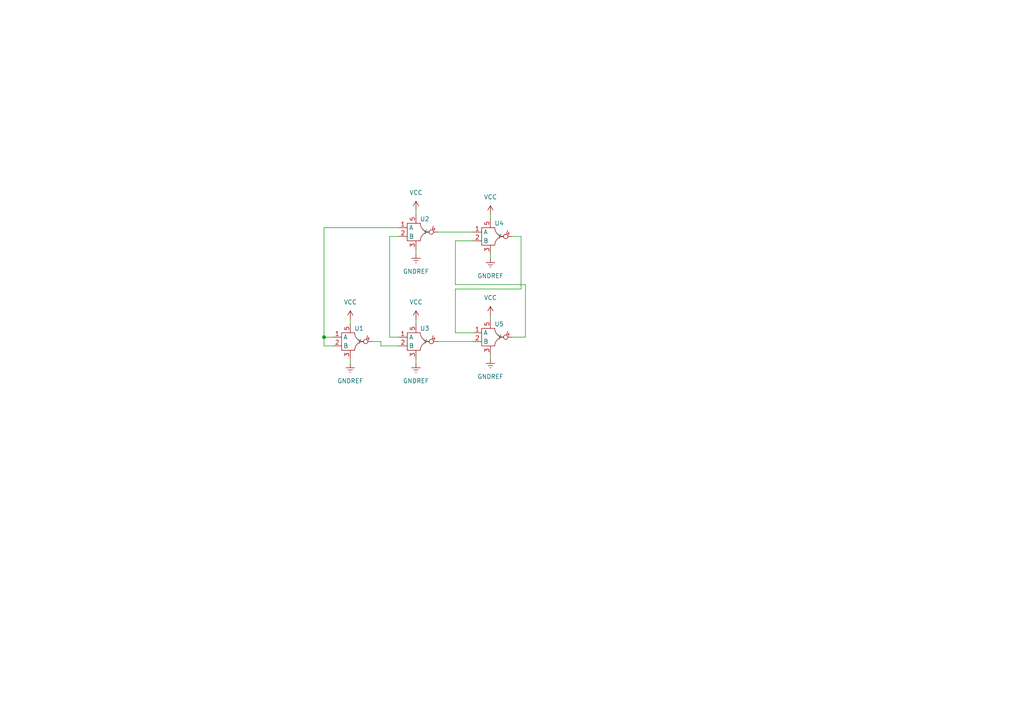
<source format=kicad_sch>
(kicad_sch (version 20211123) (generator eeschema)
  (paper "A4")
  (lib_symbols
    (symbol "cells:SN74LVC1G00DCKR"
      (property "Reference" "U" (at 7.62 2.54 0))
      (symbol "SN74LVC1G00DCKR_0_1"
        (polyline (pts (xy 6.35 1.27) (xy 2.54 1.27) (xy 2.54 -3.81) (xy 6.35 -3.81)))
        (arc (start 6.35 1.27) (mid 4.5539 -3.0661) (end 8.89 -1.27))
        (arc (start 8.89 -1.27) (mid 4.5539 0.5261) (end 6.35 -3.81))
      )
      (symbol "SN74LVC1G00DCKR_1_1"
        (pin input line (at 0 0 0) (length 2.54) (name "A") (number "1"))
        (pin input line (at 0 -2.54 0) (length 2.54) (name "B") (number "2"))
        (pin power_in line (at 5.08 -6.35 90) (length 2.54) (name "") (number "3"))
        (pin power_in inverted (at 11.43 -1.27 180) (length 2.54) (name "Y") (number "4"))
        (pin power_in line (at 5.08 3.81 270) (length 2.54) (name "") (number "5"))
      )
    )
    (symbol "power:GNDREF" (power) (pin_names (offset 0))
      (property "Value" "GNDREF" (at 0 -3.81 0))
      (symbol "GNDREF_0_1"
        (polyline (pts (xy -0.635 -1.905) (xy 0.635 -1.905)))
        (polyline (pts (xy -0.127 -2.54) (xy 0.127 -2.54)))
        (polyline (pts (xy 0 -1.27) (xy 0 0)))
        (polyline (pts (xy 1.27 -1.27) (xy -1.27 -1.27)))
      )
      (symbol "GNDREF_1_1"
        (pin power_in line (at 0 0 270) (length 0) hide (name "GNDREF") (number "1"))
      )
    )
    (symbol "power:VCC" (power) (pin_names (offset 0))
      (property "Value" "VCC" (at 0 3.81 0))
      (symbol "VCC_0_1"
        (polyline (pts (xy -0.762 1.27) (xy 0 2.54)))
        (polyline (pts (xy 0 0) (xy 0 2.54)))
        (polyline (pts (xy 0 2.54) (xy 0.762 1.27)))
      )
      (symbol "VCC_1_1"
        (pin power_in line (at 0 0 90) (length 0) hide (name "VCC") (number "1"))
      )
    )
  )
  (junction (at 93.98 97.79))
  (wire (pts (xy 115.57 66.04) (xy 93.98 66.04)))
  (wire (pts (xy 96.52 97.79) (xy 93.98 97.79)))
  (wire (pts (xy 151.13 83.82) (xy 132.08 83.82)))
  (wire (pts (xy 107.95 99.06) (xy 110.49 99.06)))
  (wire (pts (xy 120.65 60.96) (xy 120.65 62.23)))
  (wire (pts (xy 142.24 102.87) (xy 142.24 104.14)))
  (wire (pts (xy 93.98 100.33) (xy 96.52 100.33)))
  (wire (pts (xy 127 67.31) (xy 137.16 67.31)))
  (wire (pts (xy 101.6 104.14) (xy 101.6 105.41)))
  (wire (pts (xy 152.4 82.55) (xy 152.4 97.79)))
  (wire (pts (xy 137.16 96.52) (xy 132.08 96.52)))
  (wire (pts (xy 127 99.06) (xy 137.16 99.06)))
  (wire (pts (xy 142.24 62.23) (xy 142.24 63.5)))
  (wire (pts (xy 132.08 69.85) (xy 132.08 82.55)))
  (wire (pts (xy 120.65 104.14) (xy 120.65 105.41)))
  (wire (pts (xy 151.13 68.58) (xy 151.13 83.82)))
  (wire (pts (xy 120.65 72.39) (xy 120.65 73.66)))
  (wire (pts (xy 132.08 82.55) (xy 152.4 82.55)))
  (wire (pts (xy 115.57 97.79) (xy 113.03 97.79)))
  (wire (pts (xy 137.16 69.85) (xy 132.08 69.85)))
  (wire (pts (xy 132.08 83.82) (xy 132.08 96.52)))
  (wire (pts (xy 113.03 97.79) (xy 113.03 68.58)))
  (wire (pts (xy 101.6 92.71) (xy 101.6 93.98)))
  (wire (pts (xy 120.65 92.71) (xy 120.65 93.98)))
  (wire (pts (xy 93.98 97.79) (xy 93.98 100.33)))
  (wire (pts (xy 113.03 68.58) (xy 115.57 68.58)))
  (wire (pts (xy 142.24 73.66) (xy 142.24 74.93)))
  (wire (pts (xy 148.59 97.79) (xy 152.4 97.79)))
  (wire (pts (xy 151.13 68.58) (xy 148.59 68.58)))
  (wire (pts (xy 142.24 91.44) (xy 142.24 92.71)))
  (wire (pts (xy 110.49 100.33) (xy 115.57 100.33)))
  (wire (pts (xy 110.49 99.06) (xy 110.49 100.33)))
  (wire (pts (xy 93.98 66.04) (xy 93.98 97.79)))
  (symbol (lib_id "power:VCC") (at 142.24 62.23 0) (unit 1)
    (property "Reference" "#PWR0110" (effects hide))
    (property "Value" "VCC" (at 142.24 57.15 0))
  )
  (symbol (lib_id "cells:SN74LVC1G00DCKR") (at 96.52 97.79 0) (unit 1)
    (property "Reference" "U1" (at 104.14 95.25 0))
    (property "Value" "SN74LVC1G00DCKR" (effects hide))
    (property "Footprint" "cells:SN74LVC1G00DCKR" (effects hide))
  )
  (symbol (lib_id "power:GNDREF") (at 142.24 104.14 0) (unit 1)
    (property "Reference" "#PWR0108" (effects hide))
    (property "Value" "GNDREF" (at 142.24 109.22 0))
  )
  (symbol (lib_id "power:VCC") (at 142.24 91.44 0) (unit 1)
    (property "Reference" "#PWR0104" (effects hide))
    (property "Value" "VCC" (at 142.24 86.36 0))
  )
  (symbol (lib_id "power:GNDREF") (at 120.65 73.66 0) (unit 1)
    (property "Reference" "#PWR0103" (effects hide))
    (property "Value" "GNDREF" (at 120.65 78.74 0))
  )
  (symbol (lib_id "cells:SN74LVC1G00DCKR") (at 137.16 67.31 0) (unit 1)
    (property "Reference" "U4" (at 144.78 64.77 0))
    (property "Value" "SN74LVC1G00DCKR" (effects hide))
    (property "Footprint" "cells:SN74LVC1G00DCKR" (effects hide))
  )
  (symbol (lib_id "power:GNDREF") (at 142.24 74.93 0) (unit 1)
    (property "Reference" "#PWR0107" (effects hide))
    (property "Value" "GNDREF" (at 142.24 80.01 0))
  )
  (symbol (lib_id "power:VCC") (at 120.65 60.96 0) (unit 1)
    (property "Reference" "#PWR0102" (effects hide))
    (property "Value" "VCC" (at 120.65 55.88 0))
  )
  (symbol (lib_id "cells:SN74LVC1G00DCKR") (at 115.57 97.79 0) (unit 1)
    (property "Reference" "U3" (at 123.19 95.25 0))
    (property "Value" "SN74LVC1G00DCKR" (effects hide))
    (property "Footprint" "cells:SN74LVC1G00DCKR" (effects hide))
  )
  (symbol (lib_id "power:GNDREF") (at 120.65 105.41 0) (unit 1)
    (property "Reference" "#PWR0105" (effects hide))
    (property "Value" "GNDREF" (at 120.65 110.49 0))
  )
  (symbol (lib_id "power:GNDREF") (at 101.6 105.41 0) (unit 1)
    (property "Reference" "#PWR0109" (effects hide))
    (property "Value" "GNDREF" (at 101.6 110.49 0))
  )
  (symbol (lib_id "cells:SN74LVC1G00DCKR") (at 115.57 66.04 0) (unit 1)
    (property "Reference" "U2" (at 123.19 63.5 0))
    (property "Value" "SN74LVC1G00DCKR" (effects hide))
    (property "Footprint" "cells:SN74LVC1G00DCKR" (effects hide))
  )
  (symbol (lib_id "power:VCC") (at 120.65 92.71 0) (unit 1)
    (property "Reference" "#PWR0106" (effects hide))
    (property "Value" "VCC" (at 120.65 87.63 0))
  )
  (symbol (lib_id "cells:SN74LVC1G00DCKR") (at 137.16 96.52 0) (unit 1)
    (property "Reference" "U5" (at 144.78 93.98 0))
    (property "Value" "SN74LVC1G00DCKR" (effects hide))
    (property "Footprint" "cells:SN74LVC1G00DCKR" (effects hide))
  )
  (symbol (lib_id "power:VCC") (at 101.6 92.71 0) (unit 1)
    (property "Reference" "#PWR0101" (effects hide))
    (property "Value" "VCC" (at 101.6 87.63 0))
  )
)
</source>
